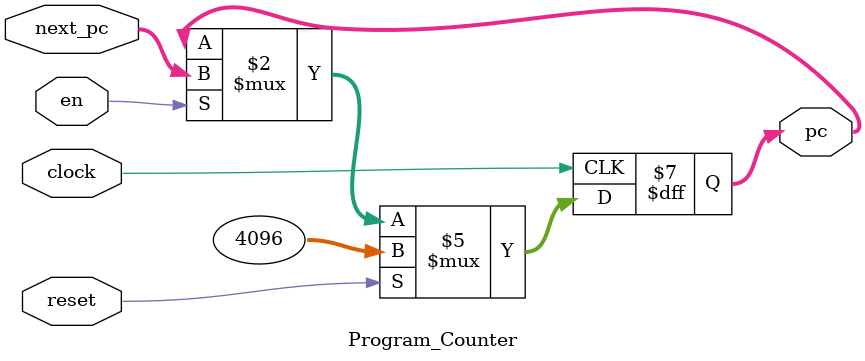
<source format=v>

module Program_Counter
#(parameter ADDR_WIDTH = 32)
(input clock, reset, en,
input [ADDR_WIDTH-1:0] next_pc, 
output reg [ADDR_WIDTH-1:0] pc);


    always @(posedge clock) begin
        if(reset) begin
            pc <= 32'd4096;
        end
        else if(en) begin
            pc <= next_pc;
        end
    end

endmodule
</source>
